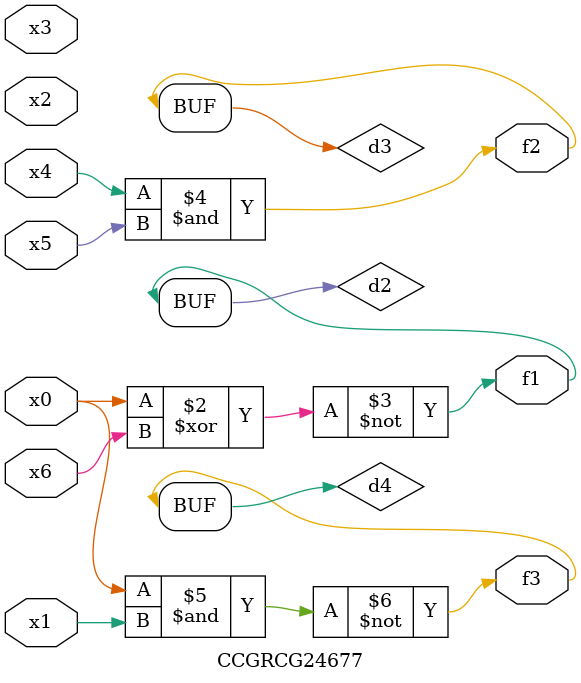
<source format=v>
module CCGRCG24677(
	input x0, x1, x2, x3, x4, x5, x6,
	output f1, f2, f3
);

	wire d1, d2, d3, d4;

	nor (d1, x0);
	xnor (d2, x0, x6);
	and (d3, x4, x5);
	nand (d4, x0, x1);
	assign f1 = d2;
	assign f2 = d3;
	assign f3 = d4;
endmodule

</source>
